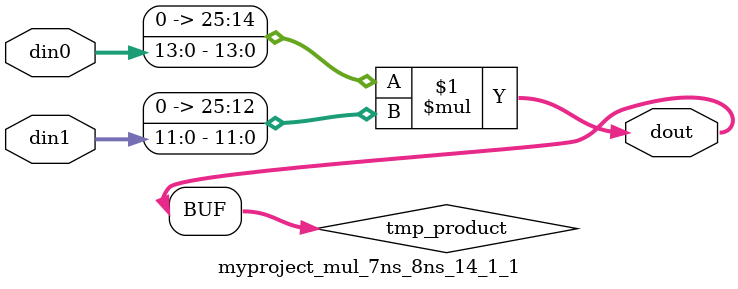
<source format=v>

`timescale 1 ns / 1 ps

 module myproject_mul_7ns_8ns_14_1_1(din0, din1, dout);
parameter ID = 1;
parameter NUM_STAGE = 0;
parameter din0_WIDTH = 14;
parameter din1_WIDTH = 12;
parameter dout_WIDTH = 26;

input [din0_WIDTH - 1 : 0] din0; 
input [din1_WIDTH - 1 : 0] din1; 
output [dout_WIDTH - 1 : 0] dout;

wire signed [dout_WIDTH - 1 : 0] tmp_product;
























assign tmp_product = $signed({1'b0, din0}) * $signed({1'b0, din1});











assign dout = tmp_product;





















endmodule

</source>
